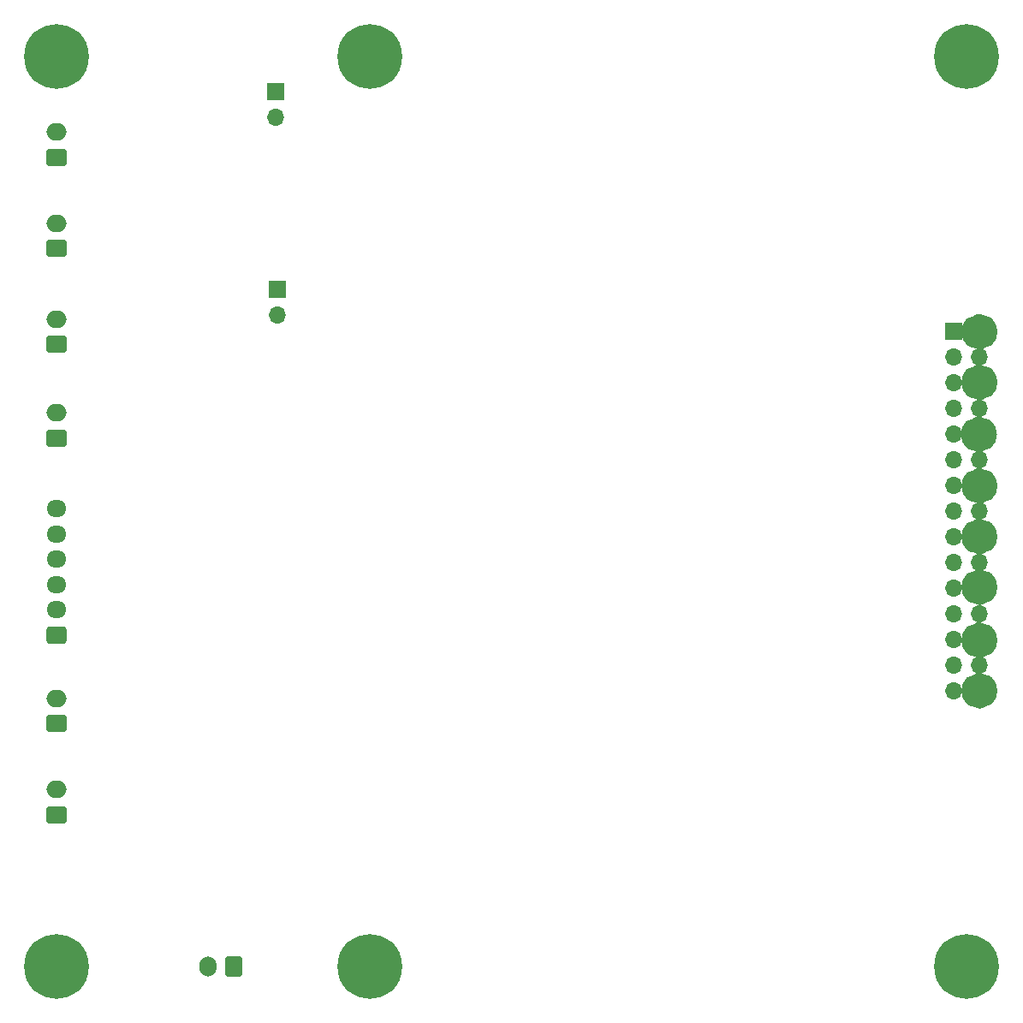
<source format=gbs>
%TF.GenerationSoftware,KiCad,Pcbnew,7.0.10*%
%TF.CreationDate,2024-02-04T21:05:04+01:00*%
%TF.ProjectId,demo_LMP7721,64656d6f-5f4c-44d5-9037-3732312e6b69,rev?*%
%TF.SameCoordinates,Original*%
%TF.FileFunction,Soldermask,Bot*%
%TF.FilePolarity,Negative*%
%FSLAX46Y46*%
G04 Gerber Fmt 4.6, Leading zero omitted, Abs format (unit mm)*
G04 Created by KiCad (PCBNEW 7.0.10) date 2024-02-04 21:05:04*
%MOMM*%
%LPD*%
G01*
G04 APERTURE LIST*
G04 Aperture macros list*
%AMRoundRect*
0 Rectangle with rounded corners*
0 $1 Rounding radius*
0 $2 $3 $4 $5 $6 $7 $8 $9 X,Y pos of 4 corners*
0 Add a 4 corners polygon primitive as box body*
4,1,4,$2,$3,$4,$5,$6,$7,$8,$9,$2,$3,0*
0 Add four circle primitives for the rounded corners*
1,1,$1+$1,$2,$3*
1,1,$1+$1,$4,$5*
1,1,$1+$1,$6,$7*
1,1,$1+$1,$8,$9*
0 Add four rect primitives between the rounded corners*
20,1,$1+$1,$2,$3,$4,$5,0*
20,1,$1+$1,$4,$5,$6,$7,0*
20,1,$1+$1,$6,$7,$8,$9,0*
20,1,$1+$1,$8,$9,$2,$3,0*%
G04 Aperture macros list end*
%ADD10C,1.795065*%
%ADD11C,0.800000*%
%ADD12C,6.400000*%
%ADD13RoundRect,0.250000X0.725000X-0.600000X0.725000X0.600000X-0.725000X0.600000X-0.725000X-0.600000X0*%
%ADD14O,1.950000X1.700000*%
%ADD15R,1.700000X1.700000*%
%ADD16O,1.700000X1.700000*%
%ADD17RoundRect,0.250000X0.750000X-0.600000X0.750000X0.600000X-0.750000X0.600000X-0.750000X-0.600000X0*%
%ADD18O,2.000000X1.700000*%
%ADD19RoundRect,0.250000X0.600000X0.750000X-0.600000X0.750000X-0.600000X-0.750000X0.600000X-0.750000X0*%
%ADD20O,1.700000X2.000000*%
G04 APERTURE END LIST*
D10*
X162147532Y-92750000D02*
G75*
G03*
X160352468Y-92750000I-897532J0D01*
G01*
X160352468Y-92750000D02*
G75*
G03*
X162147532Y-92750000I897532J0D01*
G01*
X162150267Y-72496821D02*
G75*
G03*
X160355203Y-72496821I-897532J0D01*
G01*
X160355203Y-72496821D02*
G75*
G03*
X162150267Y-72496821I897532J0D01*
G01*
X162147532Y-82500000D02*
G75*
G03*
X160352468Y-82500000I-897532J0D01*
G01*
X160352468Y-82500000D02*
G75*
G03*
X162147532Y-82500000I897532J0D01*
G01*
X162147532Y-77500000D02*
G75*
G03*
X160352468Y-77500000I-897532J0D01*
G01*
X160352468Y-77500000D02*
G75*
G03*
X162147532Y-77500000I897532J0D01*
G01*
X162147532Y-62250000D02*
G75*
G03*
X160352468Y-62250000I-897532J0D01*
G01*
X160352468Y-62250000D02*
G75*
G03*
X162147532Y-62250000I897532J0D01*
G01*
X162097532Y-67400000D02*
G75*
G03*
X160302468Y-67400000I-897532J0D01*
G01*
X160302468Y-67400000D02*
G75*
G03*
X162097532Y-67400000I897532J0D01*
G01*
X162147532Y-57250000D02*
G75*
G03*
X160352468Y-57250000I-897532J0D01*
G01*
X160352468Y-57250000D02*
G75*
G03*
X162147532Y-57250000I897532J0D01*
G01*
X162147532Y-87750000D02*
G75*
G03*
X160352468Y-87750000I-897532J0D01*
G01*
X160352468Y-87750000D02*
G75*
G03*
X162147532Y-87750000I897532J0D01*
G01*
D11*
%TO.C,H3*%
X67600000Y-120000000D03*
X68302944Y-118302944D03*
X68302944Y-121697056D03*
X70000000Y-117600000D03*
D12*
X70000000Y-120000000D03*
D11*
X70000000Y-122400000D03*
X71697056Y-118302944D03*
X71697056Y-121697056D03*
X72400000Y-120000000D03*
%TD*%
D13*
%TO.C,J2*%
X69975000Y-87250000D03*
D14*
X69975000Y-84750000D03*
X69975000Y-82250000D03*
X69975000Y-79750000D03*
X69975000Y-77250000D03*
X69975000Y-74750000D03*
%TD*%
D15*
%TO.C,U38*%
X158725000Y-57220000D03*
D16*
X161265000Y-57220000D03*
X158725000Y-59760000D03*
X161265000Y-59760000D03*
X158725000Y-62300000D03*
X161265000Y-62300000D03*
X158725000Y-64840000D03*
X161265000Y-64840000D03*
X158725000Y-67380000D03*
X161265000Y-67380000D03*
X158725000Y-69920000D03*
X161265000Y-69920000D03*
X158725000Y-72460000D03*
X161265000Y-72460000D03*
X158725000Y-75000000D03*
X161265000Y-75000000D03*
X158725000Y-77540000D03*
X161265000Y-77540000D03*
X158725000Y-80080000D03*
X161265000Y-80080000D03*
X158725000Y-82620000D03*
X161265000Y-82620000D03*
X158725000Y-85160000D03*
X161265000Y-85160000D03*
X158725000Y-87700000D03*
X161265000Y-87700000D03*
X158725000Y-90240000D03*
X161265000Y-90240000D03*
X158725000Y-92780000D03*
X161265000Y-92780000D03*
%TD*%
D15*
%TO.C,J10*%
X91850000Y-53065000D03*
D16*
X91850000Y-55605000D03*
%TD*%
D11*
%TO.C,H4*%
X157600000Y-120000000D03*
X158302944Y-118302944D03*
X158302944Y-121697056D03*
X160000000Y-117600000D03*
D12*
X160000000Y-120000000D03*
D11*
X160000000Y-122400000D03*
X161697056Y-118302944D03*
X161697056Y-121697056D03*
X162400000Y-120000000D03*
%TD*%
%TO.C,H1*%
X157600000Y-30000000D03*
X158302944Y-28302944D03*
X158302944Y-31697056D03*
X160000000Y-27600000D03*
D12*
X160000000Y-30000000D03*
D11*
X160000000Y-32400000D03*
X161697056Y-28302944D03*
X161697056Y-31697056D03*
X162400000Y-30000000D03*
%TD*%
D15*
%TO.C,J7*%
X91680000Y-33535000D03*
D16*
X91680000Y-36075000D03*
%TD*%
D17*
%TO.C,J9*%
X70000000Y-105000000D03*
D18*
X70000000Y-102500000D03*
%TD*%
D17*
%TO.C,J4*%
X70000000Y-58500000D03*
D18*
X70000000Y-56000000D03*
%TD*%
D11*
%TO.C,H5*%
X98600000Y-30000000D03*
X99302944Y-28302944D03*
X99302944Y-31697056D03*
X101000000Y-27600000D03*
D12*
X101000000Y-30000000D03*
D11*
X101000000Y-32400000D03*
X102697056Y-28302944D03*
X102697056Y-31697056D03*
X103400000Y-30000000D03*
%TD*%
D17*
%TO.C,J1*%
X70000000Y-40000000D03*
D18*
X70000000Y-37500000D03*
%TD*%
D19*
%TO.C,J3*%
X87500000Y-120000000D03*
D20*
X85000000Y-120000000D03*
%TD*%
D17*
%TO.C,J8*%
X70000000Y-96000000D03*
D18*
X70000000Y-93500000D03*
%TD*%
D17*
%TO.C,J5*%
X70000000Y-49000000D03*
D18*
X70000000Y-46500000D03*
%TD*%
D11*
%TO.C,H6*%
X98600000Y-120000000D03*
X99302944Y-118302944D03*
X99302944Y-121697056D03*
X101000000Y-117600000D03*
D12*
X101000000Y-120000000D03*
D11*
X101000000Y-122400000D03*
X102697056Y-118302944D03*
X102697056Y-121697056D03*
X103400000Y-120000000D03*
%TD*%
D17*
%TO.C,J6*%
X69975000Y-67750000D03*
D18*
X69975000Y-65250000D03*
%TD*%
D11*
%TO.C,H2*%
X67600000Y-30000000D03*
X68302944Y-28302944D03*
X68302944Y-31697056D03*
X70000000Y-27600000D03*
D12*
X70000000Y-30000000D03*
D11*
X70000000Y-32400000D03*
X71697056Y-28302944D03*
X71697056Y-31697056D03*
X72400000Y-30000000D03*
%TD*%
M02*

</source>
